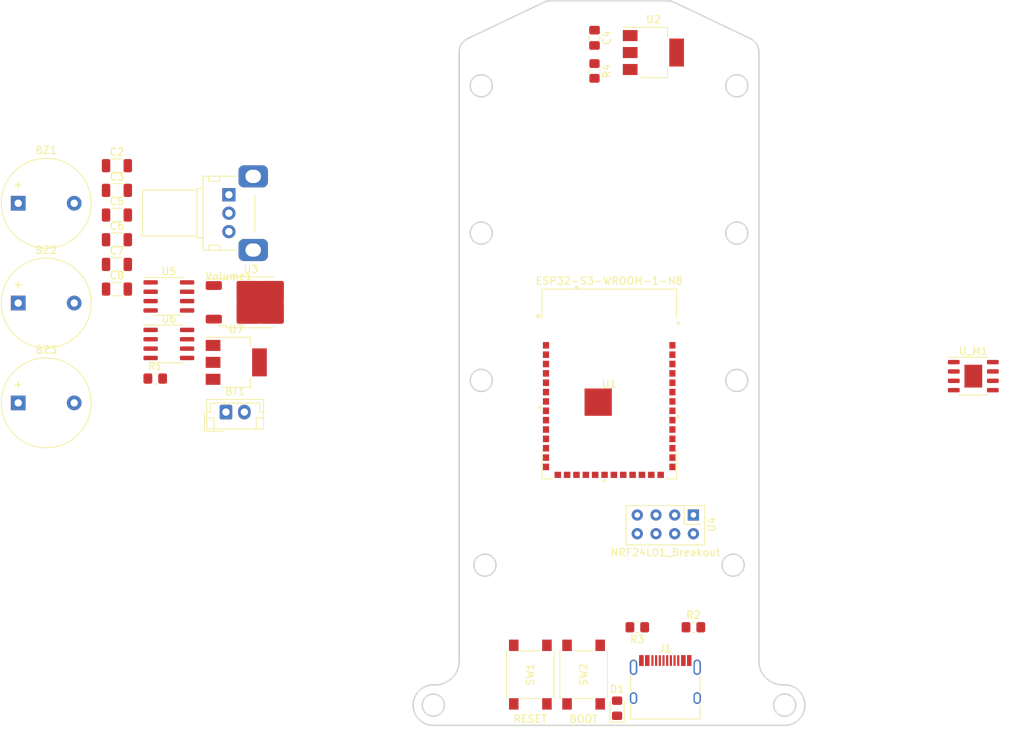
<source format=kicad_pcb>
(kicad_pcb (version 20221018) (generator pcbnew)
  (layers (0 "F.Cu" signal) (31 "B.Cu" signal) (34 "B.Paste" user) (35 "F.Paste" user) (36 "B.SilkS" user "B.Silkscreen") (37 "F.SilkS" user "F.Silkscreen") (38 "B.Mask" user) (39 "F.Mask" user) (44 "Edge.Cuts" user))
  (net 0 "")
  (net 1 "GNDREF")
  (net 2 "VCC")
  (net 3 "+3V3")
  (net 4 "Net-(BT1--)")
  (net 5 "+5V")
  (net 6 "/BUZZER_PIN")
  (net 7 "/USB_D+")
  (net 8 "/USB_D-")
  (net 9 "/BUZZER_PIN2")
  (net 10 "/BUZZER_PIN3")
  (net 11 "Net-(D1-K)")
  (net 12 "Net-(J1-CC1)")
  (net 14 "Net-(J1-CC2)")
  (net 24 "/M4_ref_3V")
  (net 25 "/M3_ref_3V")
  (net 26 "/M2_ref_3V")
  (net 27 "/M1_ref_3V")
  (net 33 "/MISO")
  (net 34 "/SCK")
  (net 35 "/MOSI")
  (net 36 "/SS")
  (net 37 "/SCL")
  (net 40 "/SDA")
  (net 44 "/Servo")
  (net 45 "/Volume_pot")
  (net 46 "/CE")
  (net 47 "/CSN")
  (net 48 "/bat_level")
  (net 50 "/M2_ref_5V")
  (net 51 "Net-(U5A--)")
  (net 52 "Net-(U5B--)")
  (net 53 "/M3_ref_5V")
  (net 54 "/M4_ref_5V")
  (net 55 "Net-(U6A--)")
  (net 56 "/EN")
  (net 57 "Net-(U6B--)")
  (net 58 "/M1_ref_5V")
  (net 59 "/M1_1")
  (net 60 "/M1_2")
  (net 62 "Net-(M2--)")
  (net 64 "Net-(M2-+)")
  (net 65 "/IO0")
  (footprint "Capacitor_SMD:C_1206_3216Metric" (layer "F.Cu") (at 139.81 135.47)
    (fp_text reference "C7" (at 0 -1.85) (layer "F.SilkS"))
    (fp_text value "10uF")
    (fp_line (start -0.711252 -0.91) (end 0.711252 -0.91) (stroke (width 0.12)) (layer "F.SilkS"))
    (fp_line (start -0.711252 0.91) (end 0.711252 0.91) (stroke (width 0.12)) (layer "F.SilkS"))
    (pad "1" smd roundrect (at -1.475 0) (size 1.15 1.8) (layers "F.Cu" "F.Paste" "F.Mask") (roundrect_rratio 0.217391) (net 1 "GNDREF"))
    (pad "2" smd roundrect (at 1.475 0) (size 1.15 1.8) (layers "F.Cu" "F.Paste" "F.Mask") (roundrect_rratio 0.217391) (net 5 "+5V"))
  )
  (footprint "Capacitor_SMD:C_0805_2012Metric_Pad1.18x1.45mm_HandSolder" (layer "F.Cu") (at 204.64 104.71 -90)
    (fp_text reference "C4" (at 0 -1.68 90) (layer "F.SilkS"))
    (fp_text value "100n")
    (fp_line (start -0.261252 -0.735) (end 0.261252 -0.735) (stroke (width 0.12)) (layer "F.SilkS"))
    (fp_line (start -0.261252 0.735) (end 0.261252 0.735) (stroke (width 0.12)) (layer "F.SilkS"))
    (pad "1" smd roundrect (at -1.0375 0 270) (size 1.175 1.45) (layers "F.Cu" "F.Paste" "F.Mask") (roundrect_rratio 0.212766) (net 1 "GNDREF"))
    (pad "2" smd roundrect (at 1.0375 0 270) (size 1.175 1.45) (layers "F.Cu" "F.Paste" "F.Mask") (roundrect_rratio 0.212766) (net 56 "/EN"))
  )
  (footprint "Package_TO_SOT_SMD:SOT-223-3_TabPin2" (layer "F.Cu") (at 156.01 148.77)
    (fp_text reference "U7" (at 0 -4.5) (layer "F.SilkS"))
    (fp_text value "AZ1117-3.3")
    (fp_line (start -4.1 -3.41) (end 1.91 -3.41) (stroke (width 0.12)) (layer "F.SilkS"))
    (fp_line (start -1.85 3.41) (end 1.91 3.41) (stroke (width 0.12)) (layer "F.SilkS"))
    (fp_line (start 1.91 -3.41) (end 1.91 -2.15) (stroke (width 0.12)) (layer "F.SilkS"))
    (fp_line (start 1.91 3.41) (end 1.91 2.15) (stroke (width 0.12)) (layer "F.SilkS"))
    (pad "1" smd rect (at -3.15 -2.3) (size 2 1.5) (layers "F.Cu" "F.Paste" "F.Mask") (net 1 "GNDREF"))
    (pad "2" smd rect (at -3.15 0) (size 2 1.5) (layers "F.Cu" "F.Paste" "F.Mask") (net 3 "+3V3"))
    (pad "2" smd rect (at 3.15 0) (size 2 3.8) (layers "F.Cu" "F.Paste" "F.Mask") (net 3 "+3V3"))
    (pad "3" smd rect (at -3.15 2.3) (size 2 1.5) (layers "F.Cu" "F.Paste" "F.Mask") (net 5 "+5V"))
  )
  (footprint "Package_TO_SOT_SMD:TO-252-2" (layer "F.Cu") (at 158 140.62)
    (fp_text reference "U3" (at 0 -4.5) (layer "F.SilkS"))
    (fp_text value "AZ1117-5.0")
    (fp_line (start -3.31 -3.45) (end -3.31 -3.18) (stroke (width 0.12)) (layer "F.SilkS"))
    (fp_line (start -3.31 -3.18) (end -6.14 -3.18) (stroke (width 0.12)) (layer "F.SilkS"))
    (fp_line (start -3.31 3.18) (end -4.41 3.18) (stroke (width 0.12)) (layer "F.SilkS"))
    (fp_line (start -3.31 3.45) (end -3.31 3.18) (stroke (width 0.12)) (layer "F.SilkS"))
    (fp_line (start 3.11 -3.45) (end -3.31 -3.45) (stroke (width 0.12)) (layer "F.SilkS"))
    (fp_line (start 3.11 3.45) (end -3.31 3.45) (stroke (width 0.12)) (layer "F.SilkS"))
    (pad "1" smd roundrect (at -5.04 -2.28) (size 2.2 1.2) (layers "F.Cu" "F.Paste" "F.Mask") (roundrect_rratio 0.208333) (net 1 "GNDREF"))
    (pad "2" smd roundrect (at -0.415 -1.525) (size 3.05 2.75) (layers "F.Cu" "F.Paste") (roundrect_rratio 0.090909) (net 5 "+5V"))
    (pad "2" smd roundrect (at -0.415 1.525) (size 3.05 2.75) (layers "F.Cu" "F.Paste") (roundrect_rratio 0.090909) (net 5 "+5V"))
    (pad "2" smd roundrect (at 1.26 0) (size 6.4 5.8) (layers "F.Cu" "F.Mask") (roundrect_rratio 0.043103) (net 5 "+5V"))
    (pad "2" smd roundrect (at 2.935 -1.525) (size 3.05 2.75) (layers "F.Cu" "F.Paste") (roundrect_rratio 0.090909) (net 5 "+5V"))
    (pad "2" smd roundrect (at 2.935 1.525) (size 3.05 2.75) (layers "F.Cu" "F.Paste") (roundrect_rratio 0.090909) (net 5 "+5V"))
    (pad "3" smd roundrect (at -5.04 2.28) (size 2.2 1.2) (layers "F.Cu" "F.Paste" "F.Mask") (roundrect_rratio 0.208333) (net 2 "VCC"))
  )
  (footprint "Potentiometer_THT:Potentiometer_Alps_RK09K_Single_Horizontal" (layer "F.Cu") (at 155.01 126.02)
    (fp_text reference "Volume1" (at 0 11.05 180) (layer "F.SilkS"))
    (fp_text value "R_Buzzer")
    (fp_line (start -11.72 5.62) (end -11.72 -0.62) (stroke (width 0.12)) (layer "F.SilkS"))
    (fp_line (start -4.32 -0.62) (end -11.72 -0.62) (stroke (width 0.12)) (layer "F.SilkS"))
    (fp_line (start -4.32 5.62) (end -11.72 5.62) (stroke (width 0.12)) (layer "F.SilkS"))
    (fp_line (start -4.32 5.87) (end -4.32 -0.87) (stroke (width 0.12)) (layer "F.SilkS"))
    (fp_line (start -3.52 -0.87) (end -4.32 -0.87) (stroke (width 0.12)) (layer "F.SilkS"))
    (fp_line (start -3.52 5.87) (end -4.32 5.87) (stroke (width 0.12)) (layer "F.SilkS"))
    (fp_line (start -3.52 7.521) (end -3.52 -2.52) (stroke (width 0.12)) (layer "F.SilkS"))
    (fp_line (start -2.75 -2.52) (end -3.52 -2.52) (stroke (width 0.12)) (layer "F.SilkS"))
    (fp_line (start -2.75 7.521) (end -3.52 7.521) (stroke (width 0.12)) (layer "F.SilkS"))
    (fp_line (start -1.25 -2.52) (end 1 -2.52) (stroke (width 0.12)) (layer "F.SilkS"))
    (fp_line (start 1 7.521) (end -1.25 7.521) (stroke (width 0.12)) (layer "F.SilkS"))
    (fp_line (start 3.52 4.944) (end 3.52 0.055) (stroke (width 0.12)) (layer "F.SilkS"))
    (fp_rect (start -2.75 -2.52) (end -1.25 -1.85) (stroke (width 0.12)) (fill none) (layer "F.SilkS"))
    (fp_rect (start -2.75 6.85) (end -1.25 7.521) (stroke (width 0.12)) (fill none) (layer "F.SilkS"))
    (pad "1" thru_hole rect (at 0 0 180) (size 1.8 1.8) (drill 1) (layers "*.Cu" "*.Mask") (net 3 "+3V3"))
    (pad "2" thru_hole circle (at 0 2.5 180) (size 1.8 1.8) (drill 1) (layers "*.Cu" "*.Mask") (net 3 "+3V3"))
    (pad "3" thru_hole circle (at 0 5 180) (size 1.8 1.8) (drill 1) (layers "*.Cu" "*.Mask") (net 45 "/Volume_pot"))
    (pad "MP" thru_hole roundrect (at 3.3 -2.5 180) (size 4 3) (drill oval 2.1 1.8) (layers "*.Cu" "*.Mask"))
    (pad "MP" thru_hole roundrect (at 3.3 7.5 180) (size 4 3) (drill oval 2.1 1.8) (layers "*.Cu" "*.Mask"))
  )
  (footprint "Buzzer_Beeper:Buzzer_12x9.5RM7.6" (layer "F.Cu") (at 126.41 127.17)
    (fp_text reference "BZ1" (at 3.8 -7.2) (layer "F.SilkS"))
    (fp_text value "Buzzer1")
    (fp_text user "+" (at -0.01 -2.54) (layer "F.SilkS"))
    (fp_circle (center 3.8 0) (end 9.9 0) (stroke (width 0.12)) (fill none) (layer "F.SilkS"))
    (pad "1" thru_hole rect (at 0 0) (size 2 2) (drill 1) (layers "*.Cu" "*.Mask") (net 6 "/BUZZER_PIN"))
    (pad "2" thru_hole circle (at 7.6 0) (size 2 2) (drill 1) (layers "*.Cu" "*.Mask") (net 1 "GNDREF"))
  )
  (footprint "Package_SO:HSOP-8-1EP_3.9x4.9mm_P1.27mm_EP2.41x3.1mm" (layer "F.Cu") (at 256.07 150.64)
    (fp_text reference "U_M1" (at 0 -3.4) (layer "F.SilkS"))
    (fp_text value "TB67H451AFNG,EL")
    (fp_line (start 0 -2.56) (end -3.45 -2.56) (stroke (width 0.12)) (layer "F.SilkS"))
    (fp_line (start 0 -2.56) (end 1.95 -2.56) (stroke (width 0.12)) (layer "F.SilkS"))
    (fp_line (start 0 2.56) (end -1.95 2.56) (stroke (width 0.12)) (layer "F.SilkS"))
    (fp_line (start 0 2.56) (end 1.95 2.56) (stroke (width 0.12)) (layer "F.SilkS"))
    (pad "1" smd roundrect (at -2.65 -1.905) (size 1.6 0.6) (layers "F.Cu" "F.Paste" "F.Mask") (net 1 "GNDREF"))
    (pad "2" smd roundrect (at -2.65 -0.635) (size 1.6 0.6) (layers "F.Cu" "F.Paste" "F.Mask") (net 59 "/M1_1"))
    (pad "3" smd roundrect (at -2.65 0.635) (size 1.6 0.6) (layers "F.Cu" "F.Paste" "F.Mask") (net 60 "/M1_2"))
    (pad "4" smd roundrect (at -2.65 1.905) (size 1.6 0.6) (layers "F.Cu" "F.Paste" "F.Mask"))
    (pad "5" smd roundrect (at 2.65 1.905) (size 1.6 0.6) (layers "F.Cu" "F.Paste" "F.Mask") (net 2 "VCC"))
    (pad "6" smd roundrect (at 2.65 0.635) (size 1.6 0.6) (layers "F.Cu" "F.Paste" "F.Mask") (net 62 "Net-(M2--)"))
    (pad "7" smd roundrect (at 2.65 -0.635) (size 1.6 0.6) (layers "F.Cu" "F.Paste" "F.Mask"))
    (pad "8" smd roundrect (at 2.65 -1.905) (size 1.6 0.6) (layers "F.Cu" "F.Paste" "F.Mask") (net 64 "Net-(M2-+)"))
    (pad "9" smd rect (at 0 0) (size 2.41 3.1) (layers "F.Cu" "F.Mask"))
  )
  (footprint "Resistor_SMD:R_0805_2012Metric_Pad1.20x1.40mm_HandSolder" (layer "F.Cu") (at 218.07 184.73)
    (fp_text reference "R2" (at 0 -1.65) (layer "F.SilkS"))
    (fp_text value "5.1K")
    (fp_line (start -0.227064 -0.735) (end 0.227064 -0.735) (stroke (width 0.12)) (layer "F.SilkS"))
    (fp_line (start -0.227064 0.735) (end 0.227064 0.735) (stroke (width 0.12)) (layer "F.SilkS"))
    (pad "1" smd roundrect (at -1 0) (size 1.2 1.4) (layers "F.Cu" "F.Paste" "F.Mask") (roundrect_rratio 0.208333) (net 12 "Net-(J1-CC1)"))
    (pad "2" smd roundrect (at 1 0) (size 1.2 1.4) (layers "F.Cu" "F.Paste" "F.Mask") (roundrect_rratio 0.208333) (net 1 "GNDREF"))
  )
  (footprint "LED_SMD:LED_0805_2012Metric_Pad1.15x1.40mm_HandSolder" (layer "F.Cu") (at 207.70665 195.722532 90)
    (fp_text reference "D1" (at 2.595604 0.001121 180) (layer "F.SilkS"))
    (fp_text value "PWR_LED")
    (fp_line (start -1.86 -0.96) (end -1.86 0.96) (stroke (width 0.12)) (layer "F.SilkS"))
    (fp_line (start -1.86 0.96) (end 1 0.96) (stroke (width 0.12)) (layer "F.SilkS"))
    (fp_line (start 1 -0.96) (end -1.86 -0.96) (stroke (width 0.12)) (layer "F.SilkS"))
    (pad "1" smd roundrect (at -1.025 0 90) (size 1.15 1.4) (layers "F.Cu" "F.Paste" "F.Mask") (roundrect_rratio 0.217391) (net 11 "Net-(D1-K)"))
    (pad "2" smd roundrect (at 1.025 0 90) (size 1.15 1.4) (layers "F.Cu" "F.Paste" "F.Mask") (roundrect_rratio 0.217391) (net 3 "+3V3"))
  )
  (footprint "Capacitor_SMD:C_1206_3216Metric" (layer "F.Cu") (at 139.81 138.82)
    (fp_text reference "C8" (at 0 -1.85) (layer "F.SilkS"))
    (fp_text value "10uF")
    (fp_line (start -0.711252 -0.91) (end 0.711252 -0.91) (stroke (width 0.12)) (layer "F.SilkS"))
    (fp_line (start -0.711252 0.91) (end 0.711252 0.91) (stroke (width 0.12)) (layer "F.SilkS"))
    (pad "1" smd roundrect (at -1.475 0) (size 1.15 1.8) (layers "F.Cu" "F.Paste" "F.Mask") (roundrect_rratio 0.217391) (net 1 "GNDREF"))
    (pad "2" smd roundrect (at 1.475 0) (size 1.15 1.8) (layers "F.Cu" "F.Paste" "F.Mask") (roundrect_rratio 0.217391) (net 3 "+3V3"))
  )
  (footprint "Buzzer_Beeper:Buzzer_12x9.5RM7.6" (layer "F.Cu") (at 126.41 140.72)
    (fp_text reference "BZ2" (at 3.8 -7.2) (layer "F.SilkS"))
    (fp_text value "Buzzer2")
    (fp_text user "+" (at -0.01 -2.54) (layer "F.SilkS"))
    (fp_circle (center 3.8 0) (end 9.9 0) (stroke (width 0.12)) (fill none) (layer "F.SilkS"))
    (pad "1" thru_hole rect (at 0 0) (size 2 2) (drill 1) (layers "*.Cu" "*.Mask") (net 9 "/BUZZER_PIN2"))
    (pad "2" thru_hole circle (at 7.6 0) (size 2 2) (drill 1) (layers "*.Cu" "*.Mask") (net 1 "GNDREF"))
  )
  (footprint "RF_Module:nRF24L01_Breakout" (layer "F.Cu") (at 218.07 169.49 -90)
    (fp_text reference "U4" (at 1.295699 -2.48481 90) (layer "F.SilkS"))
    (fp_text value "NRF24L01_Breakout" (at 5.08 3.81) (layer "F.SilkS"))
    (fp_line (start -1.27 -1.524) (end -1.27 -1.524) (stroke (width 0.12)) (layer "F.SilkS"))
    (fp_line (start -1.27 -1.524) (end 4.064 -1.524) (stroke (width 0.12)) (layer "F.SilkS"))
    (fp_line (start -1.27 9.144) (end -1.27 -1.524) (stroke (width 0.12)) (layer "F.SilkS"))
    (fp_line (start -1.27 9.144) (end -1.27 9.144) (stroke (width 0.12)) (layer "F.SilkS"))
    (fp_line (start -1.016 1.27) (end -1.016 1.27) (stroke (width 0.12)) (layer "F.SilkS"))
    (fp_line (start 1.27 -1.016) (end 1.27 1.27) (stroke (width 0.12)) (layer "F.SilkS"))
    (fp_line (start 1.27 1.27) (end -1.016 1.27) (stroke (width 0.12)) (layer "F.SilkS"))
    (fp_line (start 4.064 -1.524) (end 4.064 9.144) (stroke (width 0.12)) (layer "F.SilkS"))
    (fp_line (start 4.064 9.144) (end -1.27 9.144) (stroke (width 0.12)) (layer "F.SilkS"))
    (pad "1" thru_hole rect (at 0 0 270) (size 1.524 1.524) (drill 0.762) (layers "*.Cu" "*.Mask") (net 1 "GNDREF"))
    (pad "2" thru_hole circle (at 2.54 0 270) (size 1.524 1.524) (drill 0.762) (layers "*.Cu" "*.Mask") (net 3 "+3V3"))
    (pad "3" thru_hole circle (at 0 2.54 270) (size 1.524 1.524) (drill 0.762) (layers "*.Cu" "*.Mask") (net 46 "/CE"))
    (pad "4" thru_hole circle (at 2.54 2.54 270) (size 1.524 1.524) (drill 0.762) (layers "*.Cu" "*.Mask") (net 47 "/CSN"))
    (pad "5" thru_hole circle (at 0 5.08 270) (size 1.524 1.524) (drill 0.762) (layers "*.Cu" "*.Mask") (net 34 "/SCK"))
    (pad "6" thru_hole circle (at 2.54 5.08 270) (size 1.524 1.524) (drill 0.762) (layers "*.Cu" "*.Mask") (net 35 "/MOSI"))
    (pad "7" thru_hole circle (at 0 7.62 270) (size 1.524 1.524) (drill 0.762) (layers "*.Cu" "*.Mask") (net 33 "/MISO"))
    (pad "8" thru_hole circle (at 2.54 7.62 270) (size 1.524 1.524) (drill 0.762) (layers "*.Cu" "*.Mask"))
  )
  (footprint "Capacitor_SMD:C_1206_3216Metric" (layer "F.Cu") (at 139.81 128.77)
    (fp_text reference "C5" (at 0 -1.85) (layer "F.SilkS"))
    (fp_text value "10uF")
    (fp_line (start -0.711252 -0.91) (end 0.711252 -0.91) (stroke (width 0.12)) (layer "F.SilkS"))
    (fp_line (start -0.711252 0.91) (end 0.711252 0.91) (stroke (width 0.12)) (layer "F.SilkS"))
    (pad "1" smd roundrect (at -1.475 0) (size 1.15 1.8) (layers "F.Cu" "F.Paste" "F.Mask") (roundrect_rratio 0.217391) (net 1 "GNDREF"))
    (pad "2" smd roundrect (at 1.475 0) (size 1.15 1.8) (layers "F.Cu" "F.Paste" "F.Mask") (roundrect_rratio 0.217391) (net 2 "VCC"))
  )
  (footprint "Resistor_SMD:R_0805_2012Metric_Pad1.20x1.40mm_HandSolder" (layer "F.Cu") (at 210.45 184.73 180)
    (fp_text reference "R3" (at 0 -1.65) (layer "F.SilkS"))
    (fp_text value "5.1K")
    (fp_line (start -0.227064 -0.735) (end 0.227064 -0.735) (stroke (width 0.12)) (layer "F.SilkS"))
    (fp_line (start -0.227064 0.735) (end 0.227064 0.735) (stroke (width 0.12)) (layer "F.SilkS"))
    (pad "1" smd roundrect (at -1 0 180) (size 1.2 1.4) (layers "F.Cu" "F.Paste" "F.Mask") (roundrect_rratio 0.208333) (net 14 "Net-(J1-CC2)"))
    (pad "2" smd roundrect (at 1 0 180) (size 1.2 1.4) (layers "F.Cu" "F.Paste" "F.Mask") (roundrect_rratio 0.208333) (net 1 "GNDREF"))
  )
  (footprint "Package_SO:SOIC-8_3.9x4.9mm_P1.27mm" (layer "F.Cu") (at 146.86 139.82)
    (fp_text reference "U5" (at 0 -3.4) (layer "F.SilkS"))
    (fp_text value "LM358DRG3 2_4")
    (fp_line (start 0 -2.56) (end -3.45 -2.56) (stroke (width 0.12)) (layer "F.SilkS"))
    (fp_line (start 0 -2.56) (end 1.95 -2.56) (stroke (width 0.12)) (layer "F.SilkS"))
    (fp_line (start 0 2.56) (end -1.95 2.56) (stroke (width 0.12)) (layer "F.SilkS"))
    (fp_line (start 0 2.56) (end 1.95 2.56) (stroke (width 0.12)) (layer "F.SilkS"))
    (pad "1" smd roundrect (at -2.475 -1.905) (size 1.95 0.6) (layers "F.Cu" "F.Paste" "F.Mask") (net 50 "/M2_ref_5V"))
    (pad "2" smd roundrect (at -2.475 -0.635) (size 1.95 0.6) (layers "F.Cu" "F.Paste" "F.Mask") (net 51 "Net-(U5A--)"))
    (pad "3" smd roundrect (at -2.475 0.635) (size 1.95 0.6) (layers "F.Cu" "F.Paste" "F.Mask") (net 26 "/M2_ref_3V"))
    (pad "4" smd roundrect (at -2.475 1.905) (size 1.95 0.6) (layers "F.Cu" "F.Paste" "F.Mask") (net 1 "GNDREF"))
    (pad "5" smd roundrect (at 2.475 1.905) (size 1.95 0.6) (layers "F.Cu" "F.Paste" "F.Mask") (net 25 "/M3_ref_3V"))
    (pad "6" smd roundrect (at 2.475 0.635) (size 1.95 0.6) (layers "F.Cu" "F.Paste" "F.Mask") (net 52 "Net-(U5B--)"))
    (pad "7" smd roundrect (at 2.475 -0.635) (size 1.95 0.6) (layers "F.Cu" "F.Paste" "F.Mask") (net 53 "/M3_ref_5V"))
    (pad "8" smd roundrect (at 2.475 -1.905) (size 1.95 0.6) (layers "F.Cu" "F.Paste" "F.Mask") (net 2 "VCC"))
  )
  (footprint "Resistor_SMD:R_0805_2012Metric_Pad1.20x1.40mm_HandSolder" (layer "F.Cu") (at 204.64 109.21 -90)
    (fp_text reference "R4" (at 0 -1.65 90) (layer "F.SilkS"))
    (fp_text value "10K")
    (fp_line (start -0.227064 -0.735) (end 0.227064 -0.735) (stroke (width 0.12)) (layer "F.SilkS"))
    (fp_line (start -0.227064 0.735) (end 0.227064 0.735) (stroke (width 0.12)) (layer "F.SilkS"))
    (pad "1" smd roundrect (at -1 0 270) (size 1.2 1.4) (layers "F.Cu" "F.Paste" "F.Mask") (roundrect_rratio 0.208333) (net 56 "/EN"))
    (pad "2" smd roundrect (at 1 0 270) (size 1.2 1.4) (layers "F.Cu" "F.Paste" "F.Mask") (roundrect_rratio 0.208333) (net 3 "+3V3"))
  )
  (footprint "Resistor_SMD:R_0805_2012Metric_Pad1.20x1.40mm_HandSolder" (layer "F.Cu") (at 145.01 150.97)
    (fp_text reference "R1" (at 0 -1.65) (layer "F.SilkS"))
    (fp_text value "R_LED")
    (fp_line (start -0.227064 -0.735) (end 0.227064 -0.735) (stroke (width 0.12)) (layer "F.SilkS"))
    (fp_line (start -0.227064 0.735) (end 0.227064 0.735) (stroke (width 0.12)) (layer "F.SilkS"))
    (pad "1" smd roundrect (at -1 0) (size 1.2 1.4) (layers "F.Cu" "F.Paste" "F.Mask") (roundrect_rratio 0.208333) (net 1 "GNDREF"))
    (pad "2" smd roundrect (at 1 0) (size 1.2 1.4) (layers "F.Cu" "F.Paste" "F.Mask") (roundrect_rratio 0.208333) (net 11 "Net-(D1-K)"))
  )
  (footprint "Button_Switch_SMD:SW_Push_1P1T_NO_6x6mm_H9.5mm" (layer "F.Cu") (at 203.165564 191.160323 -90)
    (fp_text reference "SW2" (at 0 0 90) (layer "F.SilkS"))
    (fp_text value "BOOT" (at 6.019603 -0.000705 -180) (layer "F.SilkS"))
    (fp_line (start -3.23 -3.23) (end 3.23 -3.23) (stroke (width 0.12)) (layer "F.SilkS"))
    (fp_line (start -3.23 -3.2) (end -3.23 -3.23) (stroke (width 0.12)) (layer "F.SilkS"))
    (fp_line (start -3.23 -1.3) (end -3.23 1.3) (stroke (width 0.12)) (layer "F.SilkS"))
    (fp_line (start -3.23 3.23) (end -3.23 3.2) (stroke (width 0.12)) (layer "F.SilkS"))
    (fp_line (start -3.23 3.23) (end 3.23 3.23) (stroke (width 0.12)) (layer "F.SilkS"))
    (fp_line (start 3.23 -3.23) (end 3.23 -3.2) (stroke (width 0.12)) (layer "F.SilkS"))
    (fp_line (start 3.23 -1.3) (end 3.23 1.3) (stroke (width 0.12)) (layer "F.SilkS"))
    (fp_line (start 3.23 3.23) (end 3.23 3.2) (stroke (width 0.12)) (layer "F.SilkS"))
    (pad "1" smd rect (at -3.975 -2.25 270) (size 1.55 1.3) (layers "F.Cu" "F.Paste" "F.Mask") (net 1 "GNDREF"))
    (pad "1" smd rect (at 3.975 -2.25 270) (size 1.55 1.3) (layers "F.Cu" "F.Paste" "F.Mask") (net 1 "GNDREF"))
    (pad "2" smd rect (at -3.975 2.25 270) (size 1.55 1.3) (layers "F.Cu" "F.Paste" "F.Mask") (net 65 "/IO0"))
    (pad "2" smd rect (at 3.975 2.25 270) (size 1.55 1.3) (layers "F.Cu" "F.Paste" "F.Mask") (net 65 "/IO0"))
  )
  (footprint "Buzzer_Beeper:Buzzer_12x9.5RM7.6" (layer "F.Cu") (at 126.41 154.27)
    (fp_text reference "BZ3" (at 3.8 -7.2) (layer "F.SilkS"))
    (fp_text value "Buzzer3")
    (fp_text user "+" (at -0.01 -2.54) (layer "F.SilkS"))
    (fp_circle (center 3.8 0) (end 9.9 0) (stroke (width 0.12)) (fill none) (layer "F.SilkS"))
    (pad "1" thru_hole rect (at 0 0) (size 2 2) (drill 1) (layers "*.Cu" "*.Mask") (net 10 "/BUZZER_PIN3"))
    (pad "2" thru_hole circle (at 7.6 0) (size 2 2) (drill 1) (layers "*.Cu" "*.Mask") (net 1 "GNDREF"))
  )
  (footprint "FC_footprint_library:ESP32-S3-WROOM-1-N8" (layer "F.Cu") (at 206.64 151.71)
    (fp_text reference "U1" (at 0 0) (layer "F.SilkS"))
    (fp_text value "ESP32-S3-WROOM-1-N8" (at 0 -14) (layer "F.SilkS"))
    (fp_text user "*" (at -9.634999 -8.89) (layer "F.SilkS"))
    (fp_text user "*" (at -9.634999 -8.89) (layer "F.SilkS"))
    (fp_line (start -9.1313 -12.8778) (end -9.1313 -9.005239) (stroke (width 0.12)) (layer "F.SilkS"))
    (fp_line (start -9.1313 9.005239) (end -9.1313 12.8778) (stroke (width 0.12)) (layer "F.SilkS"))
    (fp_line (start -9.1313 12.8778) (end -7.736718 12.8778) (stroke (width 0.12)) (layer "F.SilkS"))
    (fp_line (start 7.736718 12.8778) (end 9.1313 12.8778) (stroke (width 0.12)) (layer "F.SilkS"))
    (fp_line (start 9.1313 -12.8778) (end -9.1313 -12.8778) (stroke (width 0.12)) (layer "F.SilkS"))
    (fp_line (start 9.1313 -9.005239) (end 9.1313 -12.8778) (stroke (width 0.12)) (layer "F.SilkS"))
    (fp_line (start 9.1313 12.8778) (end 9.1313 9.005239) (stroke (width 0.12)) (layer "F.SilkS"))
    (fp_poly (pts (xy -9.508 2.9845) (xy -9.508 3.3655) (xy -9.254 3.3655) (xy -9.254 2.9845)) (stroke (width 0.1)) (fill solid) (layer "F.SilkS"))
    (fp_poly (pts (xy -4.6355 -13.004) (xy -4.6355 -13.258) (xy -4.2545 -13.258) (xy -4.2545 -13.004)) (stroke (width 0.1)) (fill solid) (layer "F.SilkS"))
    (fp_poly (pts (xy -0.8255 13.004) (xy -0.8255 13.258) (xy -0.4445 13.258) (xy -0.4445 13.004)) (stroke (width 0.1)) (fill solid) (layer "F.SilkS"))
    (fp_poly (pts (xy 9.508 -8.4455) (xy 9.508 -8.0645) (xy 9.254 -8.0645) (xy 9.254 -8.4455)) (stroke (width 0.1)) (fill solid) (layer "F.SilkS"))
    (fp_poly (pts (xy 9.508 4.2545) (xy 9.508 4.6355) (xy 9.254 4.6355) (xy 9.254 4.2545)) (stroke (width 0.1)) (fill solid) (layer "F.SilkS"))
    (pad "1" smd rect (at -8.5809 -5.2537 90) (size 0.889 0.8382) (layers "F.Cu" "F.Paste" "F.Mask") (net 1 "GNDREF"))
    (pad "2" smd rect (at -8.5809 -3.9837 90) (size 0.889 0.8382) (layers "F.Cu" "F.Paste" "F.Mask") (net 3 "+3V3"))
    (pad "3" smd rect (at -8.5809 -2.7137 90) (size 0.889 0.8382) (layers "F.Cu" "F.Paste" "F.Mask") (net 56 "/EN"))
    (pad "4" smd rect (at -8.5809 -1.4437 90) (size 0.889 0.8382) (layers "F.Cu" "F.Paste" "F.Mask") (net 48 "/bat_level"))
    (pad "5" smd rect (at -8.5809 -0.1737 90) (size 0.889 0.8382) (layers "F.Cu" "F.Paste" "F.Mask") (net 47 "/CSN"))
    (pad "6" smd rect (at -8.5809 1.0963 90) (size 0.889 0.8382) (layers "F.Cu" "F.Paste" "F.Mask") (net 46 "/CE"))
    (pad "7" smd rect (at -8.5809 2.3663 90) (size 0.889 0.8382) (layers "F.Cu" "F.Paste" "F.Mask") (net 45 "/Volume_pot"))
    (pad "8" smd rect (at -8.5809 3.6363 90) (size 0.889 0.8382) (layers "F.Cu" "F.Paste" "F.Mask") (net 44 "/Servo"))
    (pad "9" smd rect (at -8.5809 4.9063 90) (size 0.889 0.8382) (layers "F.Cu" "F.Paste" "F.Mask"))
    (pad "10" smd rect (at -8.5809 6.1763 90) (size 0.889 0.8382) (layers "F.Cu" "F.Paste" "F.Mask"))
    (pad "11" smd rect (at -8.5809 7.4463 90) (size 0.889 0.8382) (layers "F.Cu" "F.Paste" "F.Mask"))
    (pad "12" smd rect (at -8.5809 8.7163 90) (size 0.889 0.8382) (layers "F.Cu" "F.Paste" "F.Mask") (net 40 "/SDA"))
    (pad "13" smd rect (at -8.5809 9.9863 90) (size 0.889 0.8382) (layers "F.Cu" "F.Paste" "F.Mask") (net 8 "/USB_D-"))
    (pad "14" smd rect (at -8.5809 11.2563 90) (size 0.889 0.8382) (layers "F.Cu" "F.Paste" "F.Mask") (net 7 "/USB_D+"))
    (pad "15" smd rect (at -6.985 12.3309) (size 0.889 0.8382) (layers "F.Cu" "F.Paste" "F.Mask"))
    (pad "16" smd rect (at -5.715 12.3309) (size 0.889 0.8382) (layers "F.Cu" "F.Paste" "F.Mask"))
    (pad "17" smd rect (at -4.445 12.3309) (size 0.889 0.8382) (layers "F.Cu" "F.Paste" "F.Mask") (net 37 "/SCL"))
    (pad "18" smd rect (at -3.175 12.3309) (size 0.889 0.8382) (layers "F.Cu" "F.Paste" "F.Mask") (net 36 "/SS"))
    (pad "19" smd rect (at -1.905 12.3309) (size 0.889 0.8382) (layers "F.Cu" "F.Paste" "F.Mask") (net 35 "/MOSI"))
    (pad "20" smd rect (at -0.635 12.3309) (size 0.889 0.8382) (layers "F.Cu" "F.Paste" "F.Mask") (net 34 "/SCK"))
    (pad "21" smd rect (at 0.635 12.3309) (size 0.889 0.8382) (layers "F.Cu" "F.Paste" "F.Mask") (net 33 "/MISO"))
    (pad "22" smd rect (at 1.905 12.3309) (size 0.889 0.8382) (layers "F.Cu" "F.Paste" "F.Mask"))
    (pad "23" smd rect (at 3.175 12.3309) (size 0.889 0.8382) (layers "F.Cu" "F.Paste" "F.Mask"))
    (pad "24" smd rect (at 4.445 12.3309) (size 0.889 0.8382) (layers "F.Cu" "F.Paste" "F.Mask"))
    (pad "25" smd rect (at 5.715 12.3309) (size 0.889 0.8382) (layers "F.Cu" "F.Paste" "F.Mask"))
    (pad "26" smd rect (at 6.985 12.3309) (size 0.889 0.8382) (layers "F.Cu" "F.Paste" "F.Mask"))
    (pad "27" smd rect (at 8.5809 11.2563 90) (size 0.889 0.8382) (layers "F.Cu" "F.Paste" "F.Mask") (net 65 "/IO0"))
    (pad "28" smd rect (at 8.5809 9.9863 90) (size 0.889 0.8382) (layers "F.Cu" "F.Paste" "F.Mask") (net 27 "/M1_ref_3V"))
    (pad "29" smd rect (at 8.5809 8.7163 90) (size 0.889 0.8382) (layers "F.Cu" "F.Paste" "F.Mask") (net 26 "/M2_ref_3V"))
    (pad "30" smd rect (at 8.5809 7.4463 90) (size 0.889 0.8382) (layers "F.Cu" "F.Paste" "F.Mask") (net 25 "/M3_ref_3V"))
    (pad "31" smd rect (at 8.5809 6.1763 90) (size 0.889 0.8382) (layers "F.Cu" "F.Paste" "F.Mask") (net 24 "/M4_ref_3V"))
    (pad "32" smd rect (at 8.5809 4.9063 90) (size 0.889 0.8382) (layers "F.Cu" "F.Paste" "F.Mask"))
    (pad "33" smd rect (at 8.5809 3.6363 90) (size 0.889 0.8382) (layers "F.Cu" "F.Paste" "F.Mask"))
    (pad "34" smd rect (at 8.5809 2.3663 90) (size 0.889 0.8382) (layers "F.Cu" "F.Paste" "F.Mask"))
    (pad "35" smd rect (at 8.5809 1.0963 90) (size 0.889 0.8382) (layers "F.Cu" "F.Paste" "F.Mask"))
    (pad "36" smd rect (at 8.5809 -0.1737 90) (size 0.889 0.8382) (layers "F.Cu" "F.Paste" "F.Mask"))
    (pad "37" smd rect (at 8.5809 -1.4437 90) (size 0.889 0.8382) (layers "F.Cu" "F.Paste" "F.Mask"))
    (pad "38" smd rect (at 8.5809 -2.7137 90) (size 0.889 0.8382) (layers "F.Cu" "F.Paste" "F.Mask"))
    (pad "39" smd rect (at 8.5809 -3.9837 90) (size 0.889 0.8382) (layers "F.Cu" "F.Paste" "F.Mask"))
    (pad "40" smd rect (at 8.5809 -5.2537 90) (size 0.889 0.8382) (layers "F.Cu" "F.Paste" "F.Mask") (net 1 "GNDREF"))
    (pad "41" smd rect (at -1.495699 2.4608) (size 3.7084 3.7084) (layers "F.Cu" "F.Mask") (net 1 "GNDREF"))
  )
  (footprint "Package_TO_SOT_SMD:SOT-223-3_TabPin2" (layer "F.Cu") (at 212.64 106.71)
    (fp_text reference "U2" (at 0 -4.5) (layer "F.SilkS"))
    (fp_text value "AZ1117-3.3")
    (fp_line (start -4.1 -3.41) (end 1.91 -3.41) (stroke (width 0.12)) (layer "F.SilkS"))
    (fp_line (start -1.85 3.41) (end 1.91 3.41) (stroke (width 0.12)) (layer "F.SilkS"))
    (fp_line (start 1.91 -3.41) (end 1.91 -2.15) (stroke (width 0.12)) (layer "F.SilkS"))
    (fp_line (start 1.91 3.41) (end 1.91 2.15) (stroke (width 0.12)) (layer "F.SilkS"))
    (pad "1" smd rect (at -3.15 -2.3) (size 2 1.5) (layers "F.Cu" "F.Paste" "F.Mask") (net 1 "GNDREF"))
    (pad "2" smd rect (at -3.15 0) (size 2 1.5) (layers "F.Cu" "F.Paste" "F.Mask") (net 3 "+3V3"))
    (pad "2" smd rect (at 3.15 0) (size 2 3.8) (layers "F.Cu" "F.Paste" "F.Mask") (net 3 "+3V3"))
    (pad "3" smd rect (at -3.15 2.3) (size 2 1.5) (layers "F.Cu" "F.Paste" "F.Mask") (net 2 "VCC"))
  )
  (footprint "Connector_USB:USB_C_Receptacle_HRO_TYPE-C-31-M-12" (layer "F.Cu") (at 214.26 193.295063)
    (fp_text reference "J1" (at 0 -5.645) (layer "F.SilkS"))
    (fp_text value "USB_C_Receptacle_USB2.0")
    (fp_line (start -4.7 -1.9) (end -4.7 0.1) (stroke (width 0.12)) (layer "F.SilkS"))
    (fp_line (start -4.7 2) (end -4.7 3.9) (stroke (width 0.12)) (layer "F.SilkS"))
    (fp_line (start -4.7 3.9) (end 4.7 3.9) (stroke (width 0.12)) (layer "F.SilkS"))
    (fp_line (start 4.7 -1.9) (end 4.7 0.1) (stroke (width 0.12)) (layer "F.SilkS"))
    (fp_line (start 4.7 2) (end 4.7 3.9) (stroke (width 0.12)) (layer "F.SilkS"))
    (pad "" np_thru_hole circle (at -2.89 -2.6) (size 0.65 0.65) (drill 0.65) (layers "*.Cu" "*.Mask"))
    (pad "" np_thru_hole circle (at 2.89 -2.6) (size 0.65 0.65) (drill 0.65) (layers "*.Cu" "*.Mask"))
    (pad "A1" smd rect (at -3.25 -4.045) (size 0.6 1.45) (layers "F.Cu" "F.Paste" "F.Mask") (net 1 "GNDREF"))
    (pad "A4" smd rect (at -2.45 -4.045) (size 0.6 1.45) (layers "F.Cu" "F.Paste" "F.Mask") (net 5 "+5V"))
    (pad "A5" smd rect (at -1.25 -4.045) (size 0.3 1.45) (layers "F.Cu" "F.Paste" "F.Mask") (net 12 "Net-(J1-CC1)"))
    (pad "A6" smd rect (at -0.25 -4.045) (size 0.3 1.45) (layers "F.Cu" "F.Paste" "F.Mask") (net 7 "/USB_D+"))
    (pad "A7" smd rect (at 0.25 -4.045) (size 0.3 1.45) (layers "F.Cu" "F.Paste" "F.Mask") (net 8 "/USB_D-"))
    (pad "A8" smd rect (at 1.25 -4.045) (size 0.3 1.45) (layers "F.Cu" "F.Paste" "F.Mask"))
    (pad "A9" smd rect (at 2.45 -4.045) (size 0.6 1.45) (layers "F.Cu" "F.Paste" "F.Mask") (net 5 "+5V"))
    (pad "A12" smd rect (at 3.25 -4.045) (size 0.6 1.45) (layers "F.Cu" "F.Paste" "F.Mask") (net 1 "GNDREF"))
    (pad "B1" smd rect (at 3.25 -4.045) (size 0.6 1.45) (layers "F.Cu" "F.Paste" "F.Mask") (net 1 "GNDREF"))
    (pad "B4" smd rect (at 2.45 -4.045) (size 0.6 1.45) (layers "F.Cu" "F.Paste" "F.Mask") (net 5 "+5V"))
    (pad "B5" smd rect (at 1.75 -4.045) (size 0.3 1.45) (layers "F.Cu" "F.Paste" "F.Mask") (net 14 "Net-(J1-CC2)"))
    (pad "B6" smd rect (at 0.75 -4.045) (size 0.3 1.45) (layers "F.Cu" "F.Paste" "F.Mask") (net 7 "/USB_D+"))
    (pad "B7" smd rect (at -0.75 -4.045) (size 0.3 1.45) (layers "F.Cu" "F.Paste" "F.Mask") (net 8 "/USB_D-"))
    (pad "B8" smd rect (at -1.75 -4.045) (size 0.3 1.45) (layers "F.Cu" "F.Paste" "F.Mask"))
    (pad "B9" smd rect (at -2.45 -4.045) (size 0.6 1.45) (layers "F.Cu" "F.Paste" "F.Mask") (net 5 "+5V"))
    (pad "B12" smd rect (at -3.25 -4.045) (size 0.6 1.45) (layers "F.Cu" "F.Paste" "F.Mask") (net 1 "GNDREF"))
    (pad "S1" thru_hole oval (at -4.32 -3.13) (size 1 2.1) (drill oval 0.6 1.7) (layers "*.Cu" "*.Mask") (net 1 "GNDREF"))
    (pad "S1" thru_hole oval (at -4.32 1.05) (size 1 1.6) (drill oval 0.6 1.2) (layers "*.Cu" "*.Mask") (net 1 "GNDREF"))
    (pad "S1" thru_hole oval (at 4.32 -3.13) (size 1 2.1) (drill oval 0.6 1.7) (layers "*.Cu" "*.Mask") (net 1 "GNDREF"))
    (pad "S1" thru_hole oval (at 4.32 1.05) (size 1 1.6) (drill oval 0.6 1.2) (layers "*.Cu" "*.Mask") (net 1 "GNDREF"))
  )
  (footprint "Capacitor_SMD:C_1206_3216Metric" (layer "F.Cu") (at 139.81 125.42)
    (fp_text reference "C3" (at 0 -1.85) (layer "F.SilkS"))
    (fp_text value "10uF")
    (fp_line (start -0.711252 -0.91) (end 0.711252 -0.91) (stroke (width 0.12)) (layer "F.SilkS"))
    (fp_line (start -0.711252 0.91) (end 0.711252 0.91) (stroke (width 0.12)) (layer "F.SilkS"))
    (pad "1" smd roundrect (at -1.475 0) (size 1.15 1.8) (layers "F.Cu" "F.Paste" "F.Mask") (roundrect_rratio 0.217391) (net 1 "GNDREF"))
    (pad "2" smd roundrect (at 1.475 0) (size 1.15 1.8) (layers "F.Cu" "F.Paste" "F.Mask") (roundrect_rratio 0.217391) (net 3 "+3V3"))
  )
  (footprint "Package_SO:SOIC-8_3.9x4.9mm_P1.27mm" (layer "F.Cu") (at 146.86 146.27)
    (fp_text reference "U6" (at 0 -3.4) (layer "F.SilkS"))
    (fp_text value "LM358DRG3 1_3")
    (fp_line (start 0 -2.56) (end -3.45 -2.56) (stroke (width 0.12)) (layer "F.SilkS"))
    (fp_line (start 0 -2.56) (end 1.95 -2.56) (stroke (width 0.12)) (layer "F.SilkS"))
    (fp_line (start 0 2.56) (end -1.95 2.56) (stroke (width 0.12)) (layer "F.SilkS"))
    (fp_line (start 0 2.56) (end 1.95 2.56) (stroke (width 0.12)) (layer "F.SilkS"))
    (pad "1" smd roundrect (at -2.475 -1.905) (size 1.95 0.6) (layers "F.Cu" "F.Paste" "F.Mask") (net 54 "/M4_ref_5V"))
    (pad "2" smd roundrect (at -2.475 -0.635) (size 1.95 0.6) (layers "F.Cu" "F.Paste" "F.Mask") (net 55 "Net-(U6A--)"))
    (pad "3" smd roundrect (at -2.475 0.635) (size 1.95 0.6) (layers "F.Cu" "F.Paste" "F.Mask") (net 24 "/M4_ref_3V"))
    (pad "4" smd roundrect (at -2.475 1.905) (size 1.95 0.6) (layers "F.Cu" "F.Paste" "F.Mask") (net 1 "GNDREF"))
    (pad "5" smd roundrect (at 2.475 1.905) (size 1.95 0.6) (layers "F.Cu" "F.Paste" "F.Mask") (net 27 "/M1_ref_3V"))
    (pad "6" smd roundrect (at 2.475 0.635) (size 1.95 0.6) (layers "F.Cu" "F.Paste" "F.Mask") (net 57 "Net-(U6B--)"))
    (pad "7" smd roundrect (at 2.475 -0.635) (size 1.95 0.6) (layers "F.Cu" "F.Paste" "F.Mask") (net 58 "/M1_ref_5V"))
    (pad "8" smd roundrect (at 2.475 -1.905) (size 1.95 0.6) (layers "F.Cu" "F.Paste" "F.Mask") (net 2 "VCC"))
  )
  (footprint "Button_Switch_SMD:SW_Push_1P1T_NO_6x6mm_H9.5mm" (layer "F.Cu") (at 195.93393 191.160323 -90)
    (fp_text reference "SW1" (at 0 0 90) (layer "F.SilkS"))
    (fp_text value "RESET" (at 5.992694 0.019656 -180) (layer "F.SilkS"))
    (fp_line (start -3.23 -3.23) (end 3.23 -3.23) (stroke (width 0.12)) (layer "F.SilkS"))
    (fp_line (start -3.23 -3.2) (end -3.23 -3.23) (stroke (width 0.12)) (layer "F.SilkS"))
    (fp_line (start -3.23 -1.3) (end -3.23 1.3) (stroke (width 0.12)) (layer "F.SilkS"))
    (fp_line (start -3.23 3.23) (end -3.23 3.2) (stroke (width 0.12)) (layer "F.SilkS"))
    (fp_line (start -3.23 3.23) (end 3.23 3.23) (stroke (width 0.12)) (layer "F.SilkS"))
    (fp_line (start 3.23 -3.23) (end 3.23 -3.2) (stroke (width 0.12)) (layer "F.SilkS"))
    (fp_line (start 3.23 -1.3) (end 3.23 1.3) (stroke (width 0.12)) (layer "F.SilkS"))
    (fp_line (start 3.23 3.23) (end 3.23 3.2) (stroke (width 0.12)) (layer "F.SilkS"))
    (pad "1" smd rect (at -3.975 -2.25 270) (size 1.55 1.3) (layers "F.Cu" "F.Paste" "F.Mask") (net 1 "GNDREF"))
    (pad "1" smd rect (at 3.975 -2.25 270) (size 1.55 1.3) (layers "F.Cu" "F.Paste" "F.Mask") (net 1 "GNDREF"))
    (pad "2" smd rect (at -3.975 2.25 270) (size 1.55 1.3) (layers "F.Cu" "F.Paste" "F.Mask") (net 56 "/EN"))
    (pad "2" smd rect (at 3.975 2.25 270) (size 1.55 1.3) (layers "F.Cu" "F.Paste" "F.Mask") (net 56 "/EN"))
  )
  (footprint "Connector_JST:JST_EH_B2B-EH-A_1x02_P2.50mm_Vertical" (layer "F.Cu") (at 154.61 155.52)
    (fp_text reference "BT1" (at 1.25 -2.8) (layer "F.SilkS"))
    (fp_text value "Battery")
    (fp_line (start -2.91 0.11) (end -2.91 2.61) (stroke (width 0.12)) (layer "F.SilkS"))
    (fp_line (start -2.91 2.61) (end -0.41 2.61) (stroke (width 0.12)) (layer "F.SilkS"))
    (fp_line (start -2.61 -1.71) (end -2.61 2.31) (stroke (width 0.12)) (layer "F.SilkS"))
    (fp_line (start -2.61 0) (end -2.11 0) (stroke (width 0.12)) (layer "F.SilkS"))
    (fp_line (start -2.61 0.81) (end -1.61 0.81) (stroke (width 0.12)) (layer "F.SilkS"))
    (fp_line (start -2.61 2.31) (end 5.11 2.31) (stroke (width 0.12)) (layer "F.SilkS"))
    (fp_line (start -2.11 -1.21) (end 4.61 -1.21) (stroke (width 0.12)) (layer "F.SilkS"))
    (fp_line (start -2.11 0) (end -2.11 -1.21) (stroke (width 0.12)) (layer "F.SilkS"))
    (fp_line (start -1.61 0.81) (end -1.61 2.31) (stroke (width 0.12)) (layer "F.SilkS"))
    (fp_line (start 4.11 0.81) (end 4.11 2.31) (stroke (width 0.12)) (layer "F.SilkS"))
    (fp_line (start 4.61 -1.21) (end 4.61 0) (stroke (width 0.12)) (layer "F.SilkS"))
    (fp_line (start 4.61 0) (end 5.11 0) (stroke (width 0.12)) (layer "F.SilkS"))
    (fp_line (start 5.11 -1.71) (end -2.61 -1.71) (stroke (width 0.12)) (layer "F.SilkS"))
    (fp_line (start 5.11 0.81) (end 4.11 0.81) (stroke (width 0.12)) (layer "F.SilkS"))
    (fp_line (start 5.11 2.31) (end 5.11 -1.71) (stroke (width 0.12)) (layer "F.SilkS"))
    (pad "1" thru_hole roundrect (at 0 0) (size 1.7 2) (drill 1) (layers "*.Cu" "*.Mask") (roundrect_rratio 0.147059) (net 2 "VCC"))
    (pad "2" thru_hole oval (at 2.5 0) (size 1.7 2) (drill 1) (layers "*.Cu" "*.Mask") (net 4 "Net-(BT1--)"))
  )
  (footprint "Capacitor_SMD:C_1206_3216Metric" (layer "F.Cu") (at 139.81 132.12)
    (fp_text reference "C6" (at 0 -1.85) (layer "F.SilkS"))
    (fp_text value "10uF")
    (fp_line (start -0.711252 -0.91) (end 0.711252 -0.91) (stroke (width 0.12)) (layer "F.SilkS"))
    (fp_line (start -0.711252 0.91) (end 0.711252 0.91) (stroke (width 0.12)) (layer "F.SilkS"))
    (pad "1" smd roundrect (at -1.475 0) (size 1.15 1.8) (layers "F.Cu" "F.Paste" "F.Mask") (roundrect_rratio 0.217391) (net 1 "GNDREF"))
    (pad "2" smd roundrect (at 1.475 0) (size 1.15 1.8) (layers "F.Cu" "F.Paste" "F.Mask") (roundrect_rratio 0.217391) (net 5 "+5V"))
  )
  (footprint "Capacitor_SMD:C_1206_3216Metric" (layer "F.Cu") (at 139.81 122.07)
    (fp_text reference "C2" (at 0 -1.85) (layer "F.SilkS"))
    (fp_text value "10uF")
    (fp_line (start -0.711252 -0.91) (end 0.711252 -0.91) (stroke (width 0.12)) (layer "F.SilkS"))
    (fp_line (start -0.711252 0.91) (end 0.711252 0.91) (stroke (width 0.12)) (layer "F.SilkS"))
    (pad "1" smd roundrect (at -1.475 0) (size 1.15 1.8) (layers "F.Cu" "F.Paste" "F.Mask") (roundrect_rratio 0.217391) (net 1 "GNDREF"))
    (pad "2" smd roundrect (at 1.475 0) (size 1.15 1.8) (layers "F.Cu" "F.Paste" "F.Mask") (roundrect_rratio 0.217391) (net 2 "VCC"))
  )
  (gr_line (start 184.920435 191.922927) (end 184.824248 191.992261) (stroke (width 0.2)) (layer "Edge.Cuts"))
  (gr_arc (start 197.818249 99.871209) (mid 198.237224 99.726198) (end 198.677853 99.677056) (stroke (width 0.2)) (layer "Edge.Cuts"))
  (gr_arc (start 230.316522 192.554527) (mid 233.208793 195.219012) (end 230.480029 198.050709) (stroke (width 0.2)) (layer "Edge.Cuts"))
  (gr_circle (center 189.270008 111.220299) (end 190.770008 111.220299) (stroke (width 0.2)) (fill none) (layer "Edge.Cuts"))
  (gr_curve (pts (xy 226.96 189.286475) (xy 226.96 189.724879) (xy 227.033374 190.154338) (xy 227.201007 190.559104)) (stroke (width 0.2)) (layer "Edge.Cuts"))
  (gr_curve (pts (xy 186.155663 190.186029) (xy 186.2347 189.892441) (xy 186.270008 189.590595) (xy 186.270008 189.286475)) (stroke (width 0.2)) (layer "Edge.Cuts"))
  (gr_arc (start 182.749979 198.050709) (mid 180.021224 195.219008) (end 182.913486 192.554527) (stroke (width 0.2)) (layer "Edge.Cuts"))
  (gr_circle (center 182.770008 195.300782) (end 184.270008 195.300782) (stroke (width 0.2)) (fill none) (layer "Edge.Cuts"))
  (gr_arc (start 214.552155 99.677056) (mid 214.992787 99.726187) (end 215.411759 99.871209) (stroke (width 0.2)) (layer "Edge.Cuts"))
  (gr_circle (center 230.46 195.300782) (end 231.96 195.300782) (stroke (width 0.2)) (fill none) (layer "Edge.Cuts"))
  (gr_arc (start 230.316522 192.554527) (mid 229.313117 192.436596) (end 228.40576 191.992261) (stroke (width 0.2)) (layer "Edge.Cuts"))
  (gr_line (start 228.40576 191.992261) (end 228.309573 191.922927) (stroke (width 0.2)) (layer "Edge.Cuts"))
  (gr_line (start 197.818249 99.871209) (end 187.410404 104.825465) (stroke (width 0.2)) (layer "Edge.Cuts"))
  (gr_curve (pts (xy 227.646704 191.304157) (xy 227.838651 191.539948) (xy 228.062867 191.745095) (xy 228.309573 191.922927)) (stroke (width 0.2)) (layer "Edge.Cuts"))
  (gr_circle (center 223.96 111.220299) (end 225.46 111.220299) (stroke (width 0.2)) (fill none) (layer "Edge.Cuts"))
  (gr_line (start 214.552155 99.677056) (end 198.677853 99.677056) (stroke (width 0.2)) (layer "Edge.Cuts"))
  (gr_curve (pts (xy 185.811884 190.983253) (xy 185.965498 190.734707) (xy 186.079703 190.468188) (xy 186.155663 190.186029)) (stroke (width 0.2)) (layer "Edge.Cuts"))
  (gr_line (start 182.749979 198.050709) (end 230.480029 198.050709) (stroke (width 0.2)) (layer "Edge.Cuts"))
  (gr_arc (start 186.270008 106.631311) (mid 186.578972 105.563418) (end 187.410404 104.825465) (stroke (width 0.2)) (layer "Edge.Cuts"))
  (gr_curve (pts (xy 184.920435 191.922927) (xy 185.276075 191.666572) (xy 185.581553 191.355926) (xy 185.811884 190.983253)) (stroke (width 0.2)) (layer "Edge.Cuts"))
  (gr_circle (center 189.270008 131.220299) (end 190.770008 131.220299) (stroke (width 0.2)) (fill none) (layer "Edge.Cuts"))
  (gr_circle (center 223.96 151.220299) (end 225.46 151.220299) (stroke (width 0.2)) (fill none) (layer "Edge.Cuts"))
  (gr_line (start 226.96 109.053524) (end 226.96 106.631311) (stroke (width 0.2)) (layer "Edge.Cuts"))
  (gr_line (start 186.270008 106.631311) (end 186.270008 109.053524) (stroke (width 0.2)) (layer "Edge.Cuts"))
  (gr_line (start 186.270008 109.053524) (end 186.270008 189.286475) (stroke (width 0.2)) (layer "Edge.Cuts"))
  (gr_arc (start 184.824248 191.992261) (mid 183.916892 192.436597) (end 182.913486 192.554527) (stroke (width 0.2)) (layer "Edge.Cuts"))
  (gr_circle (center 223.96 131.220299) (end 225.46 131.220299) (stroke (width 0.2)) (fill none) (layer "Edge.Cuts"))
  (gr_line (start 225.819604 104.825465) (end 215.411759 99.871209) (stroke (width 0.2)) (layer "Edge.Cuts"))
  (gr_line (start 226.96 189.286475) (end 226.96 109.053524) (stroke (width 0.2)) (layer "Edge.Cuts"))
  (gr_circle (center 189.770008 176.300782) (end 191.270008 176.300782) (stroke (width 0.2)) (fill none) (layer "Edge.Cuts"))
  (gr_curve (pts (xy 227.201007 190.559104) (xy 227.312806 190.829055) (xy 227.462229 191.077547) (xy 227.646704 191.304157)) (stroke (width 0.2)) (layer "Edge.Cuts"))
  (gr_circle (center 189.270008 151.220299) (end 190.770008 151.220299) (stroke (width 0.2)) (fill none) (layer "Edge.Cuts"))
  (gr_arc (start 225.819604 104.825465) (mid 226.651036 105.563418) (end 226.96 106.631311) (stroke (width 0.2)) (layer "Edge.Cuts"))
  (gr_circle (center 223.46 176.300782) (end 224.96 176.300782) (stroke (width 0.2)) (fill none) (layer "Edge.Cuts"))
)
</source>
